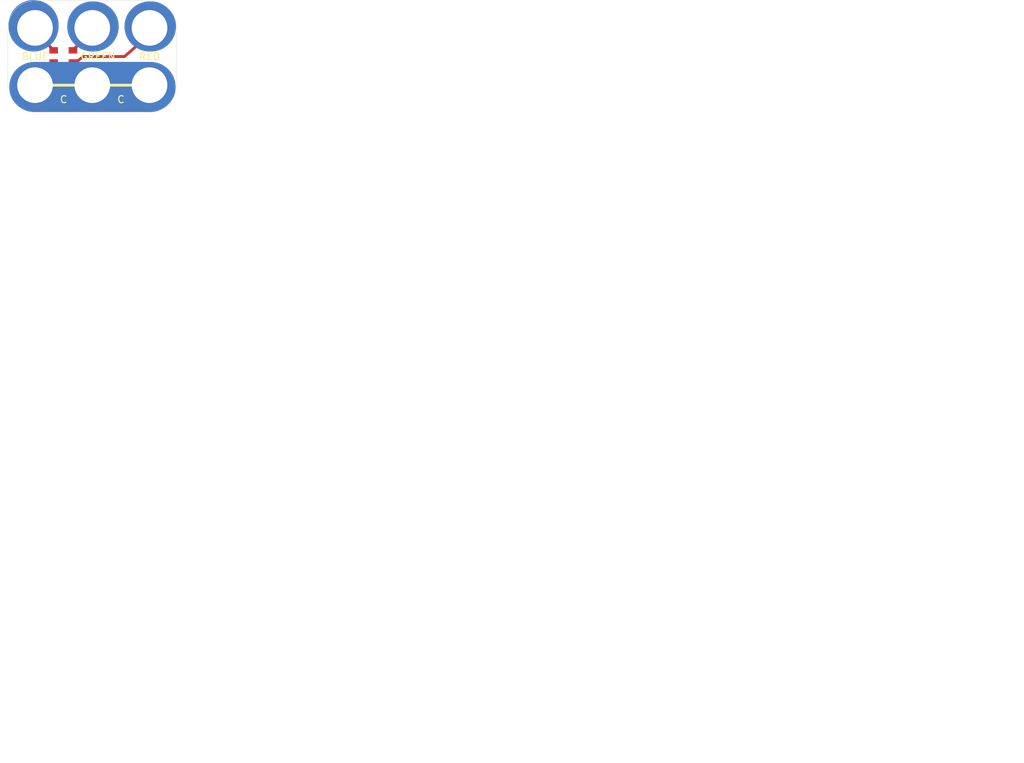
<source format=kicad_pcb>
(kicad_pcb (version 4) (host pcbnew 4.0.5-e0-6337~49~ubuntu16.04.1)

  (general
    (links 2)
    (no_connects 2)
    (area 0 0 0 0)
    (thickness 1.6)
    (drawings 1)
    (tracks 0)
    (zones 0)
    (modules 1)
    (nets 2)
  )

  (page USLetter)
  (title_block
    (title "2x3 LED RGB SMT Round Flat Top")
    (date "29 May 2017")
    (rev 1.0)
    (company "CERN Open Hardware License v1.2.")
    (comment 1 help@browndoggadgets.com)
    (comment 2 http://browndoggadgets.com/)
    (comment 3 "Brown Dog Gadgets")
  )

  (layers
    (0 F.Cu signal)
    (31 B.Cu signal)
    (34 B.Paste user)
    (35 F.Paste user)
    (36 B.SilkS user)
    (37 F.SilkS user)
    (38 B.Mask user)
    (39 F.Mask user)
    (40 Dwgs.User user)
    (44 Edge.Cuts user)
    (46 B.CrtYd user)
    (47 F.CrtYd user)
    (48 B.Fab user)
    (49 F.Fab user)
  )

  (setup
    (last_trace_width 0.254)
    (user_trace_width 0.1524)
    (user_trace_width 0.254)
    (user_trace_width 0.3302)
    (user_trace_width 0.508)
    (user_trace_width 0.762)
    (user_trace_width 1.27)
    (trace_clearance 0.254)
    (zone_clearance 0.508)
    (zone_45_only no)
    (trace_min 0.1524)
    (segment_width 0.1524)
    (edge_width 0.1524)
    (via_size 0.6858)
    (via_drill 0.3302)
    (via_min_size 0.6858)
    (via_min_drill 0.3302)
    (user_via 0.6858 0.3302)
    (user_via 0.762 0.4064)
    (user_via 0.8636 0.508)
    (uvia_size 0.6858)
    (uvia_drill 0.3302)
    (uvias_allowed no)
    (uvia_min_size 0)
    (uvia_min_drill 0)
    (pcb_text_width 0.1524)
    (pcb_text_size 1.016 1.016)
    (mod_edge_width 0.1524)
    (mod_text_size 1.016 1.016)
    (mod_text_width 0.1524)
    (pad_size 1.524 1.524)
    (pad_drill 0.762)
    (pad_to_mask_clearance 0.0762)
    (solder_mask_min_width 0.1016)
    (pad_to_paste_clearance -0.0762)
    (aux_axis_origin 0 0)
    (visible_elements FFFEDF7D)
    (pcbplotparams
      (layerselection 0x310fc_80000001)
      (usegerberextensions true)
      (excludeedgelayer true)
      (linewidth 0.100000)
      (plotframeref false)
      (viasonmask false)
      (mode 1)
      (useauxorigin false)
      (hpglpennumber 1)
      (hpglpenspeed 20)
      (hpglpendiameter 15)
      (hpglpenoverlay 2)
      (psnegative false)
      (psa4output false)
      (plotreference true)
      (plotvalue true)
      (plotinvisibletext false)
      (padsonsilk false)
      (subtractmaskfromsilk false)
      (outputformat 1)
      (mirror false)
      (drillshape 0)
      (scaleselection 1)
      (outputdirectory gerbers))
  )

  (net 0 "")
  (net 1 VCC)

  (net_class Default "This is the default net class."
    (clearance 0.254)
    (trace_width 0.254)
    (via_dia 0.6858)
    (via_drill 0.3302)
    (uvia_dia 0.6858)
    (uvia_drill 0.3302)
    (add_net VCC)
  )

  (module Crazy_Circuits:LED-RGB-1411-2x3 (layer F.Cu) (tedit 592C3379) (tstamp 592C97CD)
    (at 10.9875 57.657)
    (descr "2.54mm pitch through hole centered 2x2")
    (path /58831339)
    (fp_text reference LED1 (at 4 -1.4) (layer F.Fab)
      (effects (font (size 1 1) (thickness 0.15)))
    )
    (fp_text value 150141M173100-RGB (at 3.7 5) (layer F.Fab) hide
      (effects (font (size 1 1) (thickness 0.15)))
    )
    (fp_arc (start 0 -8) (end 0 -5.2) (angle 272.0454034) (layer F.Mask) (width 0.6))
    (fp_text user Mark (at 9.8405 1.4615 180) (layer F.Fab)
      (effects (font (size 1 1) (thickness 0.15)))
    )
    (fp_text user Polarity (at 9.88182 -0.191842 180) (layer F.Fab)
      (effects (font (size 1 1) (thickness 0.15)))
    )
    (fp_line (start 5.50682 -2.469342) (end 6.80682 -0.969342) (layer F.Fab) (width 0.1))
    (fp_circle (center 4.80682 -3.269342) (end 4.80682 -3.369342) (layer F.Fab) (width 0.2))
    (fp_text user 1 (at 1.60682 -3.169342 180) (layer F.Fab)
      (effects (font (size 1 1) (thickness 0.15)))
    )
    (fp_line (start 5.50682 -3.269342) (end 4.90682 -2.569342) (layer F.Fab) (width 0.1))
    (fp_line (start 5.50682 -5.369342) (end 5.50682 -3.269342) (layer F.Fab) (width 0.1))
    (fp_line (start 5.50682 -5.369342) (end 2.30682 -5.369342) (layer F.Fab) (width 0.1))
    (fp_text user C (at 12 2) (layer F.SilkS)
      (effects (font (size 1 1) (thickness 0.15)))
    )
    (fp_text user C (at 4 2) (layer F.SilkS)
      (effects (font (size 1 1) (thickness 0.15)))
    )
    (fp_line (start 8 -8.2) (end 8.2 -8.2) (layer B.Cu) (width 7))
    (fp_line (start 16 -11.8) (end 0.1 -11.8) (layer Edge.Cuts) (width 0.04064))
    (fp_line (start 16 3.8) (end 0.1 3.8) (layer Edge.Cuts) (width 0.04064))
    (fp_line (start 19.8 -0.1) (end 19.8 -7.9) (layer Edge.Cuts) (width 0.04064))
    (fp_line (start -3.8 -0.1) (end -3.8 -7.9) (layer Edge.Cuts) (width 0.04064))
    (fp_arc (start 15.9 -7.9) (end 15.9 -11.8) (angle 90) (layer Edge.Cuts) (width 0.04064))
    (fp_arc (start 15.9 -0.1) (end 19.8 -0.1) (angle 90) (layer Edge.Cuts) (width 0.04064))
    (fp_arc (start 0.1 -0.1) (end 0.1 3.8) (angle 90) (layer Edge.Cuts) (width 0.04064))
    (fp_arc (start 0.1 -7.9) (end -3.8 -7.9) (angle 90) (layer Edge.Cuts) (width 0.04064))
    (fp_line (start 16 -11.8) (end 0.1 -11.8) (layer F.Fab) (width 0.04064))
    (fp_line (start 16 3.8) (end 0.1 3.8) (layer F.Fab) (width 0.04064))
    (fp_line (start 19.8 -0.1) (end 19.8 -7.9) (layer F.Fab) (width 0.04064))
    (fp_line (start -3.8 -0.1) (end -3.8 -7.9) (layer F.Fab) (width 0.04064))
    (fp_arc (start 15.9 -7.9) (end 15.9 -11.8) (angle 90) (layer F.Fab) (width 0.04064))
    (fp_arc (start 15.9 -0.1) (end 19.8 -0.1) (angle 90) (layer F.Fab) (width 0.04064))
    (fp_arc (start 0.1 -0.1) (end 0.1 3.8) (angle 90) (layer F.Fab) (width 0.04064))
    (fp_arc (start 0.1 -7.9) (end -3.8 -7.9) (angle 90) (layer F.Fab) (width 0.04064))
    (fp_line (start -0.2 -8.2) (end -0.2 -8.4) (layer B.Cu) (width 7))
    (fp_line (start -0.2 -8.2) (end -0.2 -8.4) (layer B.Mask) (width 7))
    (fp_line (start 16.25 0.25) (end -0.25 0.25) (layer B.Mask) (width 7))
    (fp_line (start 2.5 -4.9) (end 0 -8) (layer F.Cu) (width 0.4))
    (fp_line (start 2.5 -3.1) (end -0.3 -0.6) (layer F.Cu) (width 0.4))
    (fp_line (start 5.3 -4.9) (end 8 -7.6) (layer F.Cu) (width 0.4))
    (fp_line (start 8 -8.2) (end 8.2 -8.2) (layer B.Mask) (width 7))
    (fp_line (start 16 -8.2) (end 16.2 -8.2) (layer B.Mask) (width 7))
    (fp_line (start 16 -8.2) (end 16.2 -8.2) (layer B.Cu) (width 7))
    (fp_line (start 5.3 -3.2) (end 5.7 -3.2) (layer F.Cu) (width 0.4))
    (fp_line (start 5.7 -3.2) (end 6.75 -4) (layer F.Cu) (width 0.4))
    (fp_line (start 6.75 -4) (end 12.5 -4) (layer F.Cu) (width 0.4))
    (fp_line (start 12.5 -4) (end 16.5 -7.5) (layer F.Cu) (width 0.4))
    (fp_line (start -0.1 0.25) (end 16.15 0.25) (layer B.Cu) (width 7))
    (fp_line (start 0.25 0) (end 16.5 0) (layer F.SilkS) (width 0.4))
    (fp_text user BLUE (at 0 -4) (layer F.SilkS)
      (effects (font (size 1 1) (thickness 0.15)))
    )
    (fp_text user RED (at 16 -4) (layer F.SilkS)
      (effects (font (size 1 1) (thickness 0.15)))
    )
    (fp_text user GREEN (at 8.8 -4) (layer F.SilkS)
      (effects (font (size 1 1) (thickness 0.15)))
    )
    (fp_line (start 2.30682 -2.569342) (end 4.90682 -2.569342) (layer F.Fab) (width 0.1))
    (fp_line (start 2.30682 -2.569342) (end 2.30682 -5.369342) (layer F.Fab) (width 0.1))
    (fp_arc (start -0.024936 -0.001784) (end 2.775064 -0.001784) (angle 270.5105532) (layer F.Mask) (width 0.6))
    (fp_arc (start 7.974936 -8.023216) (end 5.25 -8.025) (angle 272.0078884) (layer F.Mask) (width 0.6))
    (fp_arc (start 7.998216 0.025) (end 7.85 -2.75) (angle 274.0810337) (layer F.Mask) (width 0.6))
    (pad 3 thru_hole circle (at 0 0) (size 6 6) (drill 4.98) (layers *.Cu B.Mask)
      (net 1 VCC))
    (pad 1 thru_hole circle (at 0 -8) (size 6 6) (drill 4.98) (layers *.Cu B.Mask))
    (pad 3 thru_hole circle (at 8 0) (size 6 6) (drill 4.98) (layers *.Cu B.Mask)
      (net 1 VCC))
    (pad G smd rect (at 5.3 -4.869342 180) (size 1.2 0.9) (layers F.Cu F.Paste F.Mask)
      (solder_mask_margin 0.0254))
    (pad R smd rect (at 5.3 -3.169342 180) (size 1.2 0.9) (layers F.Cu F.Paste F.Mask)
      (solder_mask_margin 0.0254))
    (pad B smd rect (at 2.6 -4.869342 180) (size 1.2 0.9) (layers F.Cu F.Paste F.Mask)
      (solder_mask_margin 0.0254))
    (pad A smd rect (at 2.6 -3.169342 180) (size 1.2 0.9) (layers F.Cu F.Paste F.Mask)
      (solder_mask_margin 0.0254))
    (pad 2 thru_hole circle (at 8 -8) (size 6 6) (drill 4.98) (layers *.Cu B.Mask))
    (pad 4 thru_hole circle (at 16 -8) (size 6 6) (drill 4.98) (layers *.Cu *.Mask))
    (pad 3 thru_hole circle (at 16 0) (size 6 6) (drill 4.98) (layers *.Cu *.Mask)
      (net 1 VCC))
  )

  (gr_text "FABRICATION NOTES\n\n1. THIS IS A 2 LAYER BOARD. \n2. EXTERNAL LAYERS SHALL HAVE 1 OZ COPPER.\n3. MATERIAL: FR4 AND 0.062 INCH +/- 10% THICK.\n4. BOARDS SHALL BE ROHS COMPLIANT. \n5. MANUFACTURE IN ACCORDANCE WITH IPC-6012 CLASS 2\n6. MASK: BOTH SIDES OF THE BOARD SHALL HAVE \n   SOLDER MASK (BLACK) OVER BARE COPPER. \n7. SILK: BOTH SIDES OF THE BOARD SHALL HAVE \n   WHITE SILKSCREEN. DO NOT PLACE SILK OVER BARE COPPER.\n8. FINISH: ENIG.\n9. MINIMUM TRACE WIDTH - 0.006 INCH.\n   MINIMUM SPACE - 0.006 INCH.\n   MINIMUM HOLE DIA - 0.013 INCH. \n10. MAX HOLE PLACEMENT TOLERANCE OF +/- 0.003 INCH.\n11. MAX HOLE DIAMETER TOLERANCE OF +/- 0.003 INCH AFTER PLATING." (at 6.096 117.729) (layer Dwgs.User)
    (effects (font (size 2.54 2.54) (thickness 0.254)) (justify left))
  )

)

</source>
